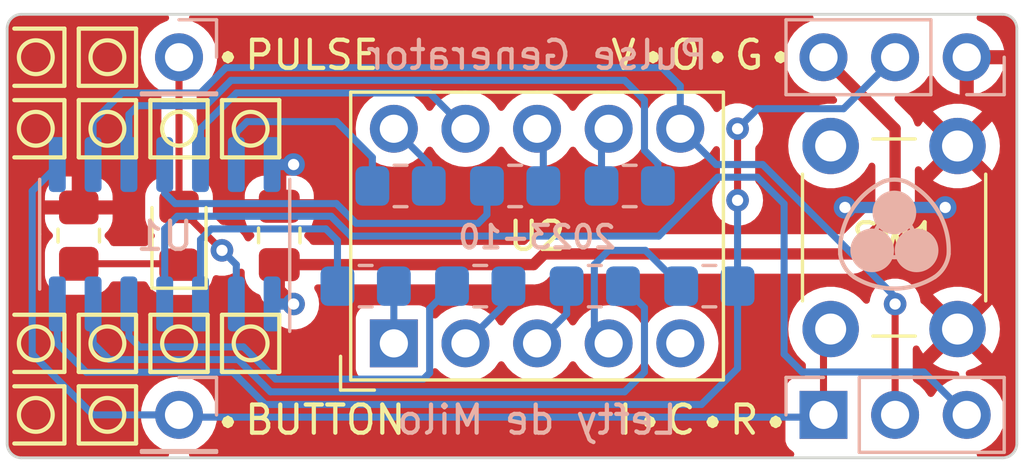
<source format=kicad_pcb>
(kicad_pcb (version 20221018) (generator pcbnew)
  (title_block (title "Breadboard Clock Pulse Generator") (date "2023-10-28") (rev "1.1") (company "Lefty de Milo"))
  (layers (0 "F.Cu" signal) (31 "B.Cu" signal) (34 "B.Paste" user) (35 "F.Paste" user) (36 "B.SilkS" user "B.Silkscreen") (37 "F.SilkS" user "F.Silkscreen") (38 "B.Mask" user) (39 "F.Mask" user) (44 "Edge.Cuts" user))
  (net 0 "")
  (net 1 "GND")
  (net 2 "Net-(D1-K)")
  (net 3 "PULSE")
  (net 4 "VCC")
  (net 5 "CHAR_1")
  (net 7 "BUTTON (CIPO)")
  (net 8 "CHAR_0 (SCK)")
  (net 9 "RESET")
  (net 10 "CURR_G (COPI)")
  (net 11 "/SEG_A")
  (net 12 "CURR_A")
  (net 13 "/SEG_B")
  (net 14 "CURR_B")
  (net 15 "/SEG_C")
  (net 16 "CURR_C")
  (net 17 "/SEG_D")
  (net 18 "CURR_D")
  (net 19 "/SEG_E")
  (net 20 "CURR_E")
  (net 21 "/SEG_F")
  (net 22 "CURR_F")
  (net 23 "/SEG_G")
  (footprint "Capacitor_SMD:C_0805_2012Metric_Pad1.18x1.45mm_HandSolder" (layer "F.Cu") (at 194.056 82.5285 90)
    (fp_text reference "C1" hide)
    (fp_text value "100nF")
    (fp_line (start -0.261252 -0.735) (end 0.261252 -0.735) (stroke (width 0.12)) (layer "F.SilkS"))
    (fp_line (start -0.261252 0.735) (end 0.261252 0.735) (stroke (width 0.12)) (layer "F.SilkS"))
    (pad "1" smd roundrect (at -1.0375 0 90) (size 1.175 1.45) (layers "F.Cu" "F.Paste" "F.Mask") (roundrect_rratio 0.2127659574) (net 4 "VCC"))
    (pad "2" smd roundrect (at 1.0375 0 90) (size 1.175 1.45) (layers "F.Cu" "F.Paste" "F.Mask") (roundrect_rratio 0.2127659574) (net 1 "GND"))
  )
  (footprint "LED_SMD:LED_0805_2012Metric_Pad1.15x1.40mm_HandSolder" (layer "F.Cu") (at 190.5 82.541 90)
    (fp_text reference "D1" hide)
    (fp_text value "YELLOW")
    (fp_line (start -1.86 -0.96) (end -1.86 0.96) (stroke (width 0.12)) (layer "F.SilkS"))
    (fp_line (start -1.86 0.96) (end 1 0.96) (stroke (width 0.12)) (layer "F.SilkS"))
    (fp_line (start 1 -0.96) (end -1.86 -0.96) (stroke (width 0.12)) (layer "F.SilkS"))
    (pad "1" smd roundrect (at -1.025 0 90) (size 1.15 1.4) (layers "F.Cu" "F.Paste" "F.Mask") (roundrect_rratio 0.2173913043) (net 2 "Net-(D1-K)"))
    (pad "2" smd roundrect (at 1.025 0 90) (size 1.15 1.4) (layers "F.Cu" "F.Paste" "F.Mask") (roundrect_rratio 0.2173913043) (net 3 "PULSE"))
  )
  (footprint "Button_Switch_THT:SW_PUSH_6mm_H5mm" (layer "F.Cu") (at 213.614 85.852 90)
    (fp_text reference "SW1" (at 3.25 2.286 180) (layer "F.SilkS"))
    (fp_text value "SW_Push")
    (fp_line (start -0.25 1.5) (end -0.25 3) (stroke (width 0.12)) (layer "F.SilkS"))
    (fp_line (start 1 5.5) (end 5.5 5.5) (stroke (width 0.12)) (layer "F.SilkS"))
    (fp_line (start 5.5 -1) (end 1 -1) (stroke (width 0.12)) (layer "F.SilkS"))
    (fp_line (start 6.75 3) (end 6.75 1.5) (stroke (width 0.12)) (layer "F.SilkS"))
    (pad "" thru_hole circle (at 6.5 0 180) (size 2 2) (drill 1.1) (layers "*.Cu" "*.Mask"))
    (pad "1" thru_hole circle (at 0 0 180) (size 2 2) (drill 1.1) (layers "*.Cu" "*.Mask") (net 7 "BUTTON (CIPO)"))
    (pad "2" thru_hole circle (at 0 4.5 180) (size 2 2) (drill 1.1) (layers "*.Cu" "*.Mask") (net 1 "GND"))
    (pad "2" thru_hole circle (at 6.5 4.5 180) (size 2 2) (drill 1.1) (layers "*.Cu" "*.Mask") (net 1 "GND"))
  )
  (footprint "Display_7Segment:Sx39-1xxxxx" (layer "F.Cu") (at 198.12 86.36 90)
    (fp_text reference "U2" (at 3.81 5.08 180) (layer "F.SilkS"))
    (fp_text value "2281BS")
    (fp_line (start -1.66 -1.89) (end -0.46 -1.89) (stroke (width 0.12)) (layer "F.SilkS"))
    (fp_line (start -1.66 -0.69) (end -1.66 -1.89) (stroke (width 0.12)) (layer "F.SilkS"))
    (fp_line (start -1.3 -1.53) (end -1.3 11.69) (stroke (width 0.12)) (layer "F.SilkS"))
    (fp_line (start -1.3 11.69) (end 8.92 11.69) (stroke (width 0.12)) (layer "F.SilkS"))
    (fp_line (start 8.92 -1.53) (end -1.3 -1.53) (stroke (width 0.12)) (layer "F.SilkS"))
    (fp_line (start 8.92 11.69) (end 8.92 -1.53) (stroke (width 0.12)) (layer "F.SilkS"))
    (pad "1" thru_hole rect (at 0 0 90) (size 1.7 1.7) (drill 1) (layers "*.Cu" "*.Mask") (net 19 "/SEG_E"))
    (pad "2" thru_hole circle (at 0 2.54 90) (size 1.7 1.7) (drill 1) (layers "*.Cu" "*.Mask") (net 17 "/SEG_D"))
    (pad "3" thru_hole circle (at 0 5.08 90) (size 1.7 1.7) (drill 1) (layers "*.Cu" "*.Mask") (net 15 "/SEG_C"))
    (pad "4" thru_hole circle (at 0 7.62 90) (size 1.7 1.7) (drill 1) (layers "*.Cu" "*.Mask") (net 23 "/SEG_G"))
    (pad "5" thru_hole circle (at 0 10.16 90) (size 1.7 1.7) (drill 1) (layers "*.Cu" "*.Mask"))
    (pad "6" thru_hole circle (at 7.62 10.16 90) (size 1.7 1.7) (drill 1) (layers "*.Cu" "*.Mask") (net 8 "CHAR_0 (SCK)"))
    (pad "7" thru_hole circle (at 7.62 7.62 90) (size 1.7 1.7) (drill 1) (layers "*.Cu" "*.Mask") (net 11 "/SEG_A"))
    (pad "8" thru_hole circle (at 7.62 5.08 90) (size 1.7 1.7) (drill 1) (layers "*.Cu" "*.Mask") (net 13 "/SEG_B"))
    (pad "9" thru_hole circle (at 7.62 2.54 90) (size 1.7 1.7) (drill 1) (layers "*.Cu" "*.Mask") (net 5 "CHAR_1"))
    (pad "10" thru_hole circle (at 7.62 0 90) (size 1.7 1.7) (drill 1) (layers "*.Cu" "*.Mask") (net 21 "/SEG_F"))
  )
  (footprint "Resistor_SMD:R_0805_2012Metric_Pad1.20x1.40mm_HandSolder" (layer "F.Cu") (at 186.944 82.534 90)
    (fp_text reference "R9" hide)
    (fp_text value "510")
    (fp_line (start -0.227064 -0.735) (end 0.227064 -0.735) (stroke (width 0.12)) (layer "F.SilkS"))
    (fp_line (start -0.227064 0.735) (end 0.227064 0.735) (stroke (width 0.12)) (layer "F.SilkS"))
    (pad "1" smd roundrect (at -1 0 90) (size 1.2 1.4) (layers "F.Cu" "F.Paste" "F.Mask") (roundrect_rratio 0.2083333333) (net 2 "Net-(D1-K)"))
    (pad "2" smd roundrect (at 1 0 90) (size 1.2 1.4) (layers "F.Cu" "F.Paste" "F.Mask") (roundrect_rratio 0.2083333333) (net 1 "GND"))
  )
  (footprint "Package_SO:SOIC-14_3.9x8.7mm_P1.27mm" (layer "B.Cu") (at 189.992 82.485 90)
    (fp_text reference "U1" (at -0.065 0) (layer "B.SilkS") (effects (justify mirror)))
    (fp_text value "ATtiny24")
    (fp_line (start 0 -4.435) (end -1.95 -4.435) (stroke (width 0.12)) (layer "B.SilkS"))
    (fp_line (start 0 -4.435) (end 1.95 -4.435) (stroke (width 0.12)) (layer "B.SilkS"))
    (fp_line (start 0 4.435) (end -3.45 4.435) (stroke (width 0.12)) (layer "B.SilkS"))
    (fp_line (start 0 4.435) (end 1.95 4.435) (stroke (width 0.12)) (layer "B.SilkS"))
    (pad "1" smd roundrect (at -2.475 3.81 90) (size 1.95 0.6) (layers "B.Cu" "B.Paste" "B.Mask") (net 4 "VCC"))
    (pad "2" smd roundrect (at -2.475 2.54 90) (size 1.95 0.6) (layers "B.Cu" "B.Paste" "B.Mask") (net 3 "PULSE"))
    (pad "3" smd roundrect (at -2.475 1.27 90) (size 1.95 0.6) (layers "B.Cu" "B.Paste" "B.Mask") (net 20 "CURR_E"))
    (pad "4" smd roundrect (at -2.475 0 90) (size 1.95 0.6) (layers "B.Cu" "B.Paste" "B.Mask") (net 9 "RESET"))
    (pad "5" smd roundrect (at -2.475 -1.27 90) (size 1.95 0.6) (layers "B.Cu" "B.Paste" "B.Mask") (net 18 "CURR_D"))
    (pad "6" smd roundrect (at -2.475 -2.54 90) (size 1.95 0.6) (layers "B.Cu" "B.Paste" "B.Mask") (net 16 "CURR_C"))
    (pad "7" smd roundrect (at -2.475 -3.81 90) (size 1.95 0.6) (layers "B.Cu" "B.Paste" "B.Mask") (net 10 "CURR_G (COPI)"))
    (pad "8" smd roundrect (at 2.475 -3.81 90) (size 1.95 0.6) (layers "B.Cu" "B.Paste" "B.Mask") (net 7 "BUTTON (CIPO)"))
    (pad "9" smd roundrect (at 2.475 -2.54 90) (size 1.95 0.6) (layers "B.Cu" "B.Paste" "B.Mask") (net 8 "CHAR_0 (SCK)"))
    (pad "10" smd roundrect (at 2.475 -1.27 90) (size 1.95 0.6) (layers "B.Cu" "B.Paste" "B.Mask") (net 12 "CURR_A"))
    (pad "11" smd roundrect (at 2.475 0 90) (size 1.95 0.6) (layers "B.Cu" "B.Paste" "B.Mask") (net 14 "CURR_B"))
    (pad "12" smd roundrect (at 2.475 1.27 90) (size 1.95 0.6) (layers "B.Cu" "B.Paste" "B.Mask") (net 5 "CHAR_1"))
    (pad "13" smd roundrect (at 2.475 2.54 90) (size 1.95 0.6) (layers "B.Cu" "B.Paste" "B.Mask") (net 22 "CURR_F"))
    (pad "14" smd roundrect (at 2.475 3.81 90) (size 1.95 0.6) (layers "B.Cu" "B.Paste" "B.Mask") (net 1 "GND"))
  )
  (footprint "Resistor_SMD:R_0805_2012Metric_Pad1.20x1.40mm_HandSolder" (layer "B.Cu") (at 206.486 80.772)
    (fp_text reference "R1" hide)
    (fp_text value "330")
    (fp_line (start -0.227064 -0.735) (end 0.227064 -0.735) (stroke (width 0.12)) (layer "B.SilkS"))
    (fp_line (start -0.227064 0.735) (end 0.227064 0.735) (stroke (width 0.12)) (layer "B.SilkS"))
    (pad "1" smd roundrect (at -1 0) (size 1.2 1.4) (layers "B.Cu" "B.Paste" "B.Mask") (roundrect_rratio 0.2083333333) (net 11 "/SEG_A"))
    (pad "2" smd roundrect (at 1 0) (size 1.2 1.4) (layers "B.Cu" "B.Paste" "B.Mask") (roundrect_rratio 0.2083333333) (net 12 "CURR_A"))
  )
  (footprint "Resistor_SMD:R_0805_2012Metric_Pad1.20x1.40mm_HandSolder" (layer "B.Cu") (at 197.12 84.328 180)
    (fp_text reference "R5" hide)
    (fp_text value "330")
    (fp_line (start -0.227064 -0.735) (end 0.227064 -0.735) (stroke (width 0.12)) (layer "B.SilkS"))
    (fp_line (start -0.227064 0.735) (end 0.227064 0.735) (stroke (width 0.12)) (layer "B.SilkS"))
    (pad "1" smd roundrect (at -1 0 180) (size 1.2 1.4) (layers "B.Cu" "B.Paste" "B.Mask") (roundrect_rratio 0.2083333333) (net 19 "/SEG_E"))
    (pad "2" smd roundrect (at 1 0 180) (size 1.2 1.4) (layers "B.Cu" "B.Paste" "B.Mask") (roundrect_rratio 0.2083333333) (net 20 "CURR_E"))
  )
  (footprint "Resistor_SMD:R_0805_2012Metric_Pad1.20x1.40mm_HandSolder" (layer "B.Cu") (at 205.248 84.328)
    (fp_text reference "R3" hide)
    (fp_text value "330")
    (fp_line (start -0.227064 -0.735) (end 0.227064 -0.735) (stroke (width 0.12)) (layer "B.SilkS"))
    (fp_line (start -0.227064 0.735) (end 0.227064 0.735) (stroke (width 0.12)) (layer "B.SilkS"))
    (pad "1" smd roundrect (at -1 0) (size 1.2 1.4) (layers "B.Cu" "B.Paste" "B.Mask") (roundrect_rratio 0.2083333333) (net 15 "/SEG_C"))
    (pad "2" smd roundrect (at 1 0) (size 1.2 1.4) (layers "B.Cu" "B.Paste" "B.Mask") (roundrect_rratio 0.2083333333) (net 16 "CURR_C"))
  )
  (footprint "Resistor_SMD:R_0805_2012Metric_Pad1.20x1.40mm_HandSolder" (layer "B.Cu") (at 198.358 80.772 180)
    (fp_text reference "R6" hide)
    (fp_text value "330")
    (fp_line (start -0.227064 -0.735) (end 0.227064 -0.735) (stroke (width 0.12)) (layer "B.SilkS"))
    (fp_line (start -0.227064 0.735) (end 0.227064 0.735) (stroke (width 0.12)) (layer "B.SilkS"))
    (pad "1" smd roundrect (at -1 0 180) (size 1.2 1.4) (layers "B.Cu" "B.Paste" "B.Mask") (roundrect_rratio 0.2083333333) (net 21 "/SEG_F"))
    (pad "2" smd roundrect (at 1 0 180) (size 1.2 1.4) (layers "B.Cu" "B.Paste" "B.Mask") (roundrect_rratio 0.2083333333) (net 22 "CURR_F"))
  )
  (footprint "Resistor_SMD:R_0805_2012Metric_Pad1.20x1.40mm_HandSolder" (layer "B.Cu") (at 202.422 80.772 180)
    (fp_text reference "R2" hide)
    (fp_text value "330")
    (fp_line (start -0.227064 -0.735) (end 0.227064 -0.735) (stroke (width 0.12)) (layer "B.SilkS"))
    (fp_line (start -0.227064 0.735) (end 0.227064 0.735) (stroke (width 0.12)) (layer "B.SilkS"))
    (pad "1" smd roundrect (at -1 0 180) (size 1.2 1.4) (layers "B.Cu" "B.Paste" "B.Mask") (roundrect_rratio 0.2083333333) (net 13 "/SEG_B"))
    (pad "2" smd roundrect (at 1 0 180) (size 1.2 1.4) (layers "B.Cu" "B.Paste" "B.Mask") (roundrect_rratio 0.2083333333) (net 14 "CURR_B"))
  )
  (footprint "Connector_PinHeader_2.54mm:PinHeader_1x01_P2.54mm_Vertical" (layer "B.Cu") (at 190.5 76.2 180)
    (fp_text reference "J1" hide)
    (fp_text value "Conn_Pulse")
    (fp_line (start -1.33 -1.33) (end 1.33 -1.33) (stroke (width 0.12)) (layer "B.SilkS"))
    (fp_line (start -1.33 -1.27) (end -1.33 -1.33) (stroke (width 0.12)) (layer "B.SilkS"))
    (fp_line (start -1.33 -1.27) (end 1.33 -1.27) (stroke (width 0.12)) (layer "B.SilkS"))
    (fp_line (start -1.33 0) (end -1.33 1.33) (stroke (width 0.12)) (layer "B.SilkS"))
    (fp_line (start -1.33 1.33) (end 0 1.33) (stroke (width 0.12)) (layer "B.SilkS"))
    (fp_line (start 1.33 -1.27) (end 1.33 -1.33) (stroke (width 0.12)) (layer "B.SilkS"))
    (pad "1" thru_hole oval (at 0 0 180) (size 1.7 1.7) (drill 1) (layers "*.Cu" "*.Mask") (net 3 "PULSE"))
  )
  (footprint "Connector_PinHeader_2.54mm:PinHeader_1x03_P2.54mm_Vertical" (layer "B.Cu") (at 213.36 88.9 -90)
    (fp_text reference "J3" hide)
    (fp_text value "Conn_ICSP.a")
    (fp_line (start -1.33 -6.41) (end 1.33 -6.41) (stroke (width 0.12)) (layer "B.SilkS"))
    (fp_line (start -1.33 -1.27) (end -1.33 -6.41) (stroke (width 0.12)) (layer "B.SilkS"))
    (fp_line (start -1.33 -1.27) (end 1.33 -1.27) (stroke (width 0.12)) (layer "B.SilkS"))
    (fp_line (start -1.33 0) (end -1.33 1.33) (stroke (width 0.12)) (layer "B.SilkS"))
    (fp_line (start -1.33 1.33) (end 0 1.33) (stroke (width 0.12)) (layer "B.SilkS"))
    (fp_line (start 1.33 -1.27) (end 1.33 -6.41) (stroke (width 0.12)) (layer "B.SilkS"))
    (pad "1" thru_hole rect (at 0 0 270) (size 1.7 1.7) (drill 1) (layers "*.Cu" "*.Mask") (net 7 "BUTTON (CIPO)"))
    (pad "2" thru_hole oval (at 0 -2.54 270) (size 1.7 1.7) (drill 1) (layers "*.Cu" "*.Mask") (net 8 "CHAR_0 (SCK)"))
    (pad "3" thru_hole oval (at 0 -5.08 270) (size 1.7 1.7) (drill 1) (layers "*.Cu" "*.Mask") (net 9 "RESET"))
  )
  (footprint "Resistor_SMD:R_0805_2012Metric_Pad1.20x1.40mm_HandSolder" (layer "B.Cu") (at 201.184 84.328 180)
    (fp_text reference "R4" hide)
    (fp_text value "330")
    (fp_line (start -0.227064 -0.735) (end 0.227064 -0.735) (stroke (width 0.12)) (layer "B.SilkS"))
    (fp_line (start -0.227064 0.735) (end 0.227064 0.735) (stroke (width 0.12)) (layer "B.SilkS"))
    (pad "1" smd roundrect (at -1 0 180) (size 1.2 1.4) (layers "B.Cu" "B.Paste" "B.Mask") (roundrect_rratio 0.2083333333) (net 17 "/SEG_D"))
    (pad "2" smd roundrect (at 1 0 180) (size 1.2 1.4) (layers "B.Cu" "B.Paste" "B.Mask") (roundrect_rratio 0.2083333333) (net 18 "CURR_D"))
  )
  (footprint "Resistor_SMD:R_0805_2012Metric_Pad1.20x1.40mm_HandSolder" (layer "B.Cu") (at 209.312 84.328)
    (fp_text reference "R7" hide)
    (fp_text value "330")
    (fp_line (start -0.227064 -0.735) (end 0.227064 -0.735) (stroke (width 0.12)) (layer "B.SilkS"))
    (fp_line (start -0.227064 0.735) (end 0.227064 0.735) (stroke (width 0.12)) (layer "B.SilkS"))
    (pad "1" smd roundrect (at -1 0) (size 1.2 1.4) (layers "B.Cu" "B.Paste" "B.Mask") (roundrect_rratio 0.2083333333) (net 23 "/SEG_G"))
    (pad "2" smd roundrect (at 1 0) (size 1.2 1.4) (layers "B.Cu" "B.Paste" "B.Mask") (roundrect_rratio 0.2083333333) (net 10 "CURR_G (COPI)"))
  )
  (footprint "Connector_PinHeader_2.54mm:PinHeader_1x01_P2.54mm_Vertical" (layer "B.Cu") (at 190.5 88.9 180)
    (fp_text reference "J2" hide)
    (fp_text value "Conn_Button")
    (fp_line (start -1.33 -1.33) (end 1.33 -1.33) (stroke (width 0.12)) (layer "B.SilkS"))
    (fp_line (start -1.33 -1.27) (end -1.33 -1.33) (stroke (width 0.12)) (layer "B.SilkS"))
    (fp_line (start -1.33 -1.27) (end 1.33 -1.27) (stroke (width 0.12)) (layer "B.SilkS"))
    (fp_line (start -1.33 0) (end -1.33 1.33) (stroke (width 0.12)) (layer "B.SilkS"))
    (fp_line (start -1.33 1.33) (end 0 1.33) (stroke (width 0.12)) (layer "B.SilkS"))
    (fp_line (start 1.33 -1.27) (end 1.33 -1.33) (stroke (width 0.12)) (layer "B.SilkS"))
    (pad "1" thru_hole oval (at 0 0 180) (size 1.7 1.7) (drill 1) (layers "*.Cu" "*.Mask") (net 7 "BUTTON (CIPO)"))
  )
  (footprint "Connector_PinHeader_2.54mm:PinHeader_1x03_P2.54mm_Vertical" (layer "B.Cu") (at 218.44 76.2 90)
    (fp_text reference "J4" hide)
    (fp_text value "Conn_ICSP.b")
    (fp_line (start -1.33 -6.41) (end 1.33 -6.41) (stroke (width 0.12)) (layer "B.SilkS"))
    (fp_line (start -1.33 -1.27) (end -1.33 -6.41) (stroke (width 0.12)) (layer "B.SilkS"))
    (fp_line (start -1.33 -1.27) (end 1.33 -1.27) (stroke (width 0.12)) (layer "B.SilkS"))
    (fp_line (start -1.33 0) (end -1.33 1.33) (stroke (width 0.12)) (layer "B.SilkS"))
    (fp_line (start -1.33 1.33) (end 0 1.33) (stroke (width 0.12)) (layer "B.SilkS"))
    (fp_line (start 1.33 -1.27) (end 1.33 -6.41) (stroke (width 0.12)) (layer "B.SilkS"))
    (pad "1" thru_hole oval (at 0 0 90) (size 1.7 1.7) (drill 1) (layers "*.Cu" "*.Mask") (net 1 "GND"))
    (pad "2" thru_hole oval (at 0 -2.54 90) (size 1.7 1.7) (drill 1) (layers "*.Cu" "*.Mask") (net 10 "CURR_G (COPI)"))
    (pad "3" thru_hole oval (at 0 -5.08 90) (size 1.7 1.7) (drill 1) (layers "*.Cu" "*.Mask") (net 4 "VCC"))
  )
  (gr_arc (start 215.491666 80.611154) (mid 215.88707 80.546508) (end 216.281 80.619601) (stroke (width 0.15)) (layer "B.SilkS"))
  (gr_arc (start 217.799133 83.185921) (mid 217.64094 83.650547) (end 217.302648 84.006159) (stroke (width 0.15)) (layer "B.SilkS"))
  (gr_circle (center 216.662 83.058) (end 217.362 83.058) (stroke (width 0.15)) (fill solid) (layer "B.SilkS"))
  (gr_arc (start 217.302648 84.006159) (mid 215.874789 84.414281) (end 214.446873 84.006359) (stroke (width 0.15)) (layer "B.SilkS"))
  (gr_circle (center 215.0872 83.058) (end 215.7872 83.058) (stroke (width 0.15)) (fill solid) (layer "B.SilkS"))
  (gr_circle (center 215.8746 81.7118) (end 216.5746 81.7118) (stroke (width 0.15)) (fill solid) (layer "B.SilkS"))
  (gr_circle (center 215.8746 82.6008) (end 216.5746 82.6008) (stroke (width 0.15)) (fill none) (layer "B.SilkS"))
  (gr_arc (start 216.281 80.619601) (mid 217.423905 81.675698) (end 217.799134 83.185921) (stroke (width 0.15)) (layer "B.SilkS"))
  (gr_arc (start 214.448304 84.004238) (mid 214.110763 83.649714) (end 213.952712 83.186421) (stroke (width 0.15)) (layer "B.SilkS"))
  (gr_arc (start 213.952712 83.186421) (mid 214.333725 81.666645) (end 215.491666 80.611154) (stroke (width 0.15)) (layer "B.SilkS"))
  (gr_line (start 192.024 87.376) (end 192.024 85.344) (stroke (width 0.15)) (layer "F.SilkS"))
  (gr_line (start 186.436 87.884) (end 186.436 89.916) (stroke (width 0.15)) (layer "F.SilkS"))
  (gr_line (start 192.024 85.344) (end 194.056 85.344) (stroke (width 0.15)) (layer "F.SilkS"))
  (gr_line (start 184.658 87.884) (end 186.436 87.884) (stroke (width 0.15)) (layer "F.SilkS"))
  (gr_line (start 186.436 77.724) (end 186.436 79.756) (stroke (width 0.15)) (layer "F.SilkS"))
  (gr_line (start 186.436 85.344) (end 186.436 87.376) (stroke (width 0.15)) (layer "F.SilkS"))
  (gr_line (start 188.976 89.916) (end 186.944 89.916) (stroke (width 0.15)) (layer "F.SilkS"))
  (gr_line (start 186.944 75.184) (end 188.976 75.184) (stroke (width 0.15)) (layer "F.SilkS"))
  (gr_circle (center 185.42 88.9) (end 186.02 88.9) (stroke (width 0.15)) (fill none) (layer "F.SilkS"))
  (gr_line (start 188.976 79.756) (end 186.944 79.756) (stroke (width 0.15)) (layer "F.SilkS"))
  (gr_line (start 184.658 85.344) (end 186.436 85.344) (stroke (width 0.15)) (layer "F.SilkS"))
  (gr_line (start 186.944 77.216) (end 186.944 75.184) (stroke (width 0.15)) (layer "F.SilkS"))
  (gr_circle (center 193.04 86.36) (end 193.64 86.36) (stroke (width 0.15)) (fill none) (layer "F.SilkS"))
  (gr_line (start 188.976 75.184) (end 188.976 77.216) (stroke (width 0.15)) (layer "F.SilkS"))
  (gr_circle (center 185.42 76.2) (end 186.02 76.2) (stroke (width 0.15)) (fill none) (layer "F.SilkS"))
  (gr_line (start 188.976 77.724) (end 188.976 79.756) (stroke (width 0.15)) (layer "F.SilkS"))
  (gr_circle (center 185.42 86.36) (end 186.02 86.36) (stroke (width 0.15)) (fill none) (layer "F.SilkS"))
  (gr_line (start 189.484 77.724) (end 191.516 77.724) (stroke (width 0.15)) (layer "F.SilkS"))
  (gr_circle (center 187.96 88.9) (end 188.56 88.9) (stroke (width 0.15)) (fill none) (layer "F.SilkS"))
  (gr_line (start 189.484 85.344) (end 191.516 85.344) (stroke (width 0.15)) (layer "F.SilkS"))
  (gr_circle (center 187.96 76.2) (end 188.56 76.2) (stroke (width 0.15)) (fill none) (layer "F.SilkS"))
  (gr_line (start 186.436 87.376) (end 184.658 87.376) (stroke (width 0.15)) (layer "F.SilkS"))
  (gr_circle (center 193.04 78.74) (end 193.64 78.74) (stroke (width 0.15)) (fill none) (layer "F.SilkS"))
  (gr_line (start 186.436 75.184) (end 186.436 77.216) (stroke (width 0.15)) (layer "F.SilkS"))
  (gr_line (start 189.484 87.376) (end 189.484 85.344) (stroke (width 0.15)) (layer "F.SilkS"))
  (gr_line (start 194.056 85.344) (end 194.056 87.376) (stroke (width 0.15)) (layer "F.SilkS"))
  (gr_line (start 191.516 77.724) (end 191.516 79.756) (stroke (width 0.15)) (layer "F.SilkS"))
  (gr_line (start 184.658 75.184) (end 186.436 75.184) (stroke (width 0.15)) (layer "F.SilkS"))
  (gr_line (start 186.436 79.756) (end 184.658 79.756) (stroke (width 0.15)) (layer "F.SilkS"))
  (gr_line (start 188.976 87.376) (end 186.944 87.376) (stroke (width 0.15)) (layer "F.SilkS"))
  (gr_line (start 186.436 89.916) (end 184.658 89.916) (stroke (width 0.15)) (layer "F.SilkS"))
  (gr_line (start 188.976 77.216) (end 186.944 77.216) (stroke (width 0.15)) (layer "F.SilkS"))
  (gr_circle (center 187.96 78.74) (end 188.56 78.74) (stroke (width 0.15)) (fill none) (layer "F.SilkS"))
  (gr_line (start 188.976 87.884) (end 188.976 89.916) (stroke (width 0.15)) (layer "F.SilkS"))
  (gr_line (start 191.516 87.376) (end 189.484 87.376) (stroke (width 0.15)) (layer "F.SilkS"))
  (gr_circle (center 185.42 78.74) (end 186.02 78.74) (stroke (width 0.15)) (fill none) (layer "F.SilkS"))
  (gr_circle (center 190.5 86.36) (end 191.1 86.36) (stroke (width 0.15)) (fill none) (layer "F.SilkS"))
  (gr_line (start 184.658 77.724) (end 186.436 77.724) (stroke (width 0.15)) (layer "F.SilkS"))
  (gr_line (start 186.944 85.344) (end 188.976 85.344) (stroke (width 0.15)) (layer "F.SilkS"))
  (gr_line (start 189.484 79.756) (end 189.484 77.724) (stroke (width 0.15)) (layer "F.SilkS"))
  (gr_circle (center 190.5 78.74) (end 191.1 78.74) (stroke (width 0.15)) (fill none) (layer "F.SilkS"))
  (gr_line (start 194.056 87.376) (end 192.024 87.376) (stroke (width 0.15)) (layer "F.SilkS"))
  (gr_line (start 186.944 79.756) (end 186.944 77.724) (stroke (width 0.15)) (layer "F.SilkS"))
  (gr_line (start 186.944 87.884) (end 188.976 87.884) (stroke (width 0.15)) (layer "F.SilkS"))
  (gr_line (start 186.436 77.216) (end 184.658 77.216) (stroke (width 0.15)) (layer "F.SilkS"))
  (gr_line (start 194.056 77.724) (end 194.056 79.756) (stroke (width 0.15)) (layer "F.SilkS"))
  (gr_line (start 186.944 89.916) (end 186.944 87.884) (stroke (width 0.15)) (layer "F.SilkS"))
  (gr_line (start 194.056 79.756) (end 192.024 79.756) (stroke (width 0.15)) (layer "F.SilkS"))
  (gr_line (start 192.024 77.724) (end 194.056 77.724) (stroke (width 0.15)) (layer "F.SilkS"))
  (gr_line (start 186.944 77.724) (end 188.976 77.724) (stroke (width 0.15)) (layer "F.SilkS"))
  (gr_line (start 186.944 87.376) (end 186.944 85.344) (stroke (width 0.15)) (layer "F.SilkS"))
  (gr_line (start 192.024 79.756) (end 192.024 77.724) (stroke (width 0.15)) (layer "F.SilkS"))
  (gr_line (start 188.976 85.344) (end 188.976 87.376) (stroke (width 0.15)) (layer "F.SilkS"))
  (gr_line (start 191.516 85.344) (end 191.516 87.376) (stroke (width 0.15)) (layer "F.SilkS"))
  (gr_circle (center 187.96 86.36) (end 188.56 86.36) (stroke (width 0.15)) (fill none) (layer "F.SilkS"))
  (gr_line (start 191.516 79.756) (end 189.484 79.756) (stroke (width 0.15)) (layer "F.SilkS"))
  (gr_arc (start 184.404 75.184) (mid 184.55279 74.82479) (end 184.912 74.676) (stroke (width 0.1)) (layer "Edge.Cuts"))
  (gr_line (start 184.404 89.916) (end 184.404 75.184) (stroke (width 0.1)) (layer "Edge.Cuts"))
  (gr_line (start 184.912 74.676) (end 219.71 74.676) (stroke (width 0.1)) (layer "Edge.Cuts"))
  (gr_line (start 219.71 90.424) (end 184.912 90.424) (stroke (width 0.1)) (layer "Edge.Cuts"))
  (gr_line (start 220.218 75.184) (end 220.218 89.916) (stroke (width 0.1)) (layer "Edge.Cuts"))
  (gr_arc (start 220.218 89.916) (mid 220.06921 90.27521) (end 219.71 90.424) (stroke (width 0.1)) (layer "Edge.Cuts"))
  (gr_arc (start 184.912 90.424) (mid 184.55279 90.27521) (end 184.404 89.916) (stroke (width 0.1)) (layer "Edge.Cuts"))
  (gr_arc (start 219.71 74.676) (mid 220.06921 74.82479) (end 220.218 75.184) (stroke (width 0.1)) (layer "Edge.Cuts"))
  (gr_text "Lefty de Milo" (at 203.2 89.662) (layer "B.SilkS") (effects (font (size 1 1)) (justify bottom mirror)))
  (gr_text "2023-10" (at 203.2 83.058) (layer "B.SilkS") (effects (font (size 0.8 0.8)) (justify bottom mirror)))
  (gr_text "Pulse Generator" (at 203.2 76.708) (layer "B.SilkS") (effects (font (size 1 1)) (justify bottom mirror)))
  (gr_text "•BUTTON" (at 191.516 89.662) (layer "F.SilkS") (effects (font (size 1 1)) (justify left bottom)))
  (gr_text "•PULSE" (at 191.516 76.708) (layer "F.SilkS") (effects (font (size 1 1)) (justify left bottom)))
  (gr_text "V•O•G•" (at 205.74 76.708) (layer "F.SilkS") (effects (font (size 1 1)) (justify left bottom)))
  (gr_text "I•C•R•" (at 205.994 89.662) (layer "F.SilkS") (effects (font (size 1 1)) (justify left bottom)))
  (via (at 194.564 80.01) (size 0.8) (drill 0.4) (layers "F.Cu" "B.Cu") (net 1))
  (via (at 217.678 81.534) (size 0.8) (drill 0.4) (layers "F.Cu" "B.Cu") (net 1))
  (via (at 214.122 81.534) (size 0.8) (drill 0.4) (layers "F.Cu" "B.Cu") (net 1))
  (segment (start 194.564 80.01) (end 193.802 80.01) (width 0.4) (layer "B.Cu") (net 1))
  (segment (start 214.122 81.534) (end 217.678 81.534) (width 0.4) (layer "B.Cu") (net 1))
  (segment (start 186.944 83.534) (end 190.468 83.534) (width 0.25) (layer "F.Cu") (net 2))
  (segment (start 190.468 83.534) (end 190.5 83.566) (width 0.25) (layer "F.Cu") (net 2))
  (segment (start 190.5 81.516) (end 190.5 76.2) (width 0.25) (layer "F.Cu") (net 3))
  (segment (start 190.5 81.516) (end 190.5 81.534) (width 0.25) (layer "F.Cu") (net 3))
  (segment (start 190.5 81.534) (end 192.024 83.058) (width 0.25) (layer "F.Cu") (net 3))
  (via (at 192.024 83.058) (size 0.8) (drill 0.4) (layers "F.Cu" "B.Cu") (net 3))
  (segment (start 192.532 83.566) (end 192.532 84.96) (width 0.25) (layer "B.Cu") (net 3))
  (segment (start 192.024 83.058) (end 192.532 83.566) (width 0.25) (layer "B.Cu") (net 3))
  (segment (start 214.376 83.185) (end 215.9 81.661) (width 0.4) (layer "F.Cu") (net 4))
  (segment (start 203.073 83.566) (end 203.454 83.185) (width 0.4) (layer "F.Cu") (net 4))
  (segment (start 194.056 84.455) (end 194.056 83.566) (width 0.4) (layer "F.Cu") (net 4))
  (segment (start 203.454 83.185) (end 214.376 83.185) (width 0.4) (layer "F.Cu") (net 4))
  (segment (start 215.9 78.74) (end 213.36 76.2) (width 0.4) (layer "F.Cu") (net 4))
  (segment (start 215.9 81.661) (end 215.9 78.74) (width 0.4) (layer "F.Cu") (net 4))
  (segment (start 194.056 83.566) (end 203.073 83.566) (width 0.4) (layer "F.Cu") (net 4))
  (segment (start 194.564 84.963) (end 194.056 84.455) (width 0.4) (layer "F.Cu") (net 4))
  (via (at 194.564 84.963) (size 0.8) (drill 0.4) (layers "F.Cu" "B.Cu") (net 4))
  (segment (start 193.805 84.963) (end 193.802 84.96) (width 0.4) (layer "B.Cu") (net 4))
  (segment (start 194.564 84.963) (end 193.805 84.963) (width 0.4) (layer "B.Cu") (net 4))
  (segment (start 191.632 78.37) (end 191.634792 78.37) (width 0.25) (layer "B.Cu") (net 5))
  (segment (start 191.262 78.74) (end 191.632 78.37) (width 0.25) (layer "B.Cu") (net 5))
  (segment (start 191.634792 78.37) (end 192.534792 77.47) (width 0.25) (layer "B.Cu") (net 5))
  (segment (start 192.534792 77.47) (end 199.39 77.47) (width 0.25) (layer "B.Cu") (net 5))
  (segment (start 191.262 79.9592) (end 191.262 78.74) (width 0.25) (layer "B.Cu") (net 5))
  (segment (start 199.39 77.47) (end 200.66 78.74) (width 0.25) (layer "B.Cu") (net 5))
  (segment (start 213.36 88.9) (end 213.36 86.106) (width 0.25) (layer "F.Cu") (net 7))
  (segment (start 213.36 86.106) (end 213.614 85.852) (width 0.25) (layer "F.Cu") (net 7))
  (segment (start 185.293 86.741) (end 187.452 88.9) (width 0.25) (layer "B.Cu") (net 7))
  (segment (start 190.5 88.9) (end 190.58 88.98) (width 0.25) (layer "B.Cu") (net 7))
  (segment (start 187.452 88.9) (end 190.5 88.9) (width 0.25) (layer "B.Cu") (net 7))
  (segment (start 190.58 88.98) (end 213.28 88.98) (width 0.25) (layer "B.Cu") (net 7))
  (segment (start 186.182 80.0608) (end 185.293 80.9498) (width 0.25) (layer "B.Cu") (net 7))
  (segment (start 213.28 88.98) (end 213.36 88.9) (width 0.25) (layer "B.Cu") (net 7))
  (segment (start 185.293 80.9498) (end 185.293 86.741) (width 0.25) (layer "B.Cu") (net 7))
  (segment (start 213.106 86.36) (end 213.614 85.852) (width 0.25) (layer "B.Cu") (net 7))
  (segment (start 215.9 84.963) (end 215.9 88.9) (width 0.25) (layer "F.Cu") (net 8))
  (via (at 215.9 84.963) (size 0.8) (drill 0.4) (layers "F.Cu" "B.Cu") (net 8))
  (segment (start 209.55 80.01) (end 208.28 78.74) (width 0.25) (layer "B.Cu") (net 8))
  (segment (start 215.9 84.709) (end 211.201 80.01) (width 0.25) (layer "B.Cu") (net 8))
  (segment (start 192.162 76.57) (end 207.634 76.57) (width 0.25) (layer "B.Cu") (net 8))
  (segment (start 211.201 80.01) (end 209.55 80.01) (width 0.25) (layer "B.Cu") (net 8))
  (segment (start 191.262 77.47) (end 192.162 76.57) (width 0.25) (layer "B.Cu") (net 8))
  (segment (start 187.452 78.486) (end 188.468 77.47) (width 0.25) (layer "B.Cu") (net 8))
  (segment (start 207.634 76.57) (end 208.28 77.216) (width 0.25) (layer "B.Cu") (net 8))
  (segment (start 215.9 84.963) (end 215.9 84.709) (width 0.25) (layer "B.Cu") (net 8))
  (segment (start 208.28 77.216) (end 208.28 78.74) (width 0.25) (layer "B.Cu") (net 8))
  (segment (start 188.468 77.47) (end 191.262 77.47) (width 0.25) (layer "B.Cu") (net 8))
  (segment (start 187.452 80.0608) (end 187.452 78.486) (width 0.25) (layer "B.Cu") (net 8))
  (segment (start 195.893396 81.846) (end 190.442 81.846) (width 0.25) (layer "B.Cu") (net 9))
  (segment (start 190.442 81.846) (end 189.992 82.296) (width 0.25) (layer "B.Cu") (net 9))
  (segment (start 207.518 82.55) (end 196.597396 82.55) (width 0.25) (layer "B.Cu") (net 9))
  (segment (start 196.597396 82.55) (end 195.893396 81.846) (width 0.25) (layer "B.Cu") (net 9))
  (segment (start 209.608 80.46) (end 207.518 82.55) (width 0.25) (layer "B.Cu") (net 9))
  (segment (start 216.916 87.376) (end 212.598 87.376) (width 0.25) (layer "B.Cu") (net 9))
  (segment (start 212.598 87.376) (end 211.963 86.741) (width 0.25) (layer "B.Cu") (net 9))
  (segment (start 211.963 81.408396) (end 211.014604 80.46) (width 0.25) (layer "B.Cu") (net 9))
  (segment (start 189.992 82.296) (end 189.992 85.0108) (width 0.25) (layer "B.Cu") (net 9))
  (segment (start 218.44 88.9) (end 216.916 87.376) (width 0.25) (layer "B.Cu") (net 9))
  (segment (start 211.014604 80.46) (end 209.608 80.46) (width 0.25) (layer "B.Cu") (net 9))
  (segment (start 211.963 86.741) (end 211.963 81.408396) (width 0.25) (layer "B.Cu") (net 9))
  (segment (start 210.312 78.74) (end 210.312 81.28) (width 0.25) (layer "F.Cu") (net 10))
  (via (at 210.312 78.74) (size 0.8) (drill 0.4) (layers "F.Cu" "B.Cu") (net 10))
  (via (at 210.312 81.28) (size 0.8) (drill 0.4) (layers "F.Cu" "B.Cu") (net 10))
  (segment (start 210.312 81.28) (end 210.312 84.328) (width 0.25) (layer "B.Cu") (net 10))
  (segment (start 193.556208 88.53) (end 209.031 88.53) (width 0.25) (layer "B.Cu") (net 10))
  (segment (start 211.025 78.027) (end 214.073 78.027) (width 0.25) (layer "B.Cu") (net 10))
  (segment (start 209.031 88.53) (end 210.312 87.249) (width 0.25) (layer "B.Cu") (net 10))
  (segment (start 214.073 78.027) (end 215.9 76.2) (width 0.25) (layer "B.Cu") (net 10))
  (segment (start 186.182 86.36) (end 187.209 87.387) (width 0.25) (layer "B.Cu") (net 10))
  (segment (start 210.312 87.249) (end 210.312 84.328) (width 0.25) (layer "B.Cu") (net 10))
  (segment (start 187.209 87.387) (end 192.413208 87.387) (width 0.25) (layer "B.Cu") (net 10))
  (segment (start 192.413208 87.387) (end 193.556208 88.53) (width 0.25) (layer "B.Cu") (net 10))
  (segment (start 186.182 85.0108) (end 186.182 86.36) (width 0.25) (layer "B.Cu") (net 10))
  (segment (start 210.312 78.74) (end 211.025 78.027) (width 0.25) (layer "B.Cu") (net 10))
  (segment (start 205.486 80.772) (end 205.486 78.994) (width 0.25) (layer "B.Cu") (net 11))
  (segment (start 205.486 78.994) (end 205.74 78.74) (width 0.25) (layer "B.Cu") (net 11))
  (segment (start 191.448396 77.92) (end 192.348396 77.02) (width 0.25) (layer "B.Cu") (net 12))
  (segment (start 207.01 77.724) (end 207.01 79.502) (width 0.25) (layer "B.Cu") (net 12))
  (segment (start 189.034 77.92) (end 191.448396 77.92) (width 0.25) (layer "B.Cu") (net 12))
  (segment (start 188.722 78.232) (end 189.034 77.92) (width 0.25) (layer "B.Cu") (net 12))
  (segment (start 188.722 80.0608) (end 188.722 78.232) (width 0.25) (layer "B.Cu") (net 12))
  (segment (start 206.306 77.02) (end 207.01 77.724) (width 0.25) (layer "B.Cu") (net 12))
  (segment (start 192.348396 77.02) (end 206.306 77.02) (width 0.25) (layer "B.Cu") (net 12))
  (segment (start 207.01 79.502) (end 207.486 79.978) (width 0.25) (layer "B.Cu") (net 12))
  (segment (start 207.486 79.978) (end 207.486 80.772) (width 0.25) (layer "B.Cu") (net 12))
  (segment (start 203.422 78.962) (end 203.2 78.74) (width 0.25) (layer "B.Cu") (net 13))
  (segment (start 203.422 80.772) (end 203.422 78.962) (width 0.25) (layer "B.Cu") (net 13))
  (segment (start 196.783792 82.1) (end 201.11 82.1) (width 0.25) (layer "B.Cu") (net 14))
  (segment (start 190.362 81.396) (end 196.079792 81.396) (width 0.25) (layer "B.Cu") (net 14))
  (segment (start 201.422 81.788) (end 201.422 80.772) (width 0.25) (layer "B.Cu") (net 14))
  (segment (start 189.992 80.0608) (end 189.992 81.026) (width 0.25) (layer "B.Cu") (net 14))
  (segment (start 201.11 82.1) (end 201.422 81.788) (width 0.25) (layer "B.Cu") (net 14))
  (segment (start 196.079792 81.396) (end 196.783792 82.1) (width 0.25) (layer "B.Cu") (net 14))
  (segment (start 189.992 81.026) (end 190.362 81.396) (width 0.25) (layer "B.Cu") (net 14))
  (segment (start 204.248 84.328) (end 204.248 85.312) (width 0.25) (layer "B.Cu") (net 15))
  (segment (start 204.248 85.312) (end 203.2 86.36) (width 0.25) (layer "B.Cu") (net 15))
  (segment (start 192.599604 86.937) (end 193.742604 88.08) (width 0.25) (layer "B.Cu") (net 16))
  (segment (start 193.742604 88.08) (end 206.306 88.08) (width 0.25) (layer "B.Cu") (net 16))
  (segment (start 206.306 88.08) (end 207.01 87.376) (width 0.25) (layer "B.Cu") (net 16))
  (segment (start 207.01 87.376) (end 207.01 85.09) (width 0.25) (layer "B.Cu") (net 16))
  (segment (start 187.452 86.36) (end 188.029 86.937) (width 0.25) (layer "B.Cu") (net 16))
  (segment (start 188.029 86.937) (end 192.599604 86.937) (width 0.25) (layer "B.Cu") (net 16))
  (segment (start 207.01 85.09) (end 206.248 84.328) (width 0.25) (layer "B.Cu") (net 16))
  (segment (start 187.452 85.0108) (end 187.452 86.36) (width 0.25) (layer "B.Cu") (net 16))
  (segment (start 202.184 84.328) (end 202.184 84.836) (width 0.25) (layer "B.Cu") (net 17))
  (segment (start 202.184 84.836) (end 200.66 86.36) (width 0.25) (layer "B.Cu") (net 17))
  (segment (start 193.929 87.63) (end 199.168 87.63) (width 0.25) (layer "B.Cu") (net 18))
  (segment (start 199.39 85.122) (end 200.184 84.328) (width 0.25) (layer "B.Cu") (net 18))
  (segment (start 199.39 87.408) (end 199.39 85.122) (width 0.25) (layer "B.Cu") (net 18))
  (segment (start 199.168 87.63) (end 199.39 87.408) (width 0.25) (layer "B.Cu") (net 18))
  (segment (start 188.722 86.106) (end 189.103 86.487) (width 0.25) (layer "B.Cu") (net 18))
  (segment (start 189.103 86.487) (end 192.786 86.487) (width 0.25) (layer "B.Cu") (net 18))
  (segment (start 188.722 85.0108) (end 188.722 86.106) (width 0.25) (layer "B.Cu") (net 18))
  (segment (start 192.786 86.487) (end 193.929 87.63) (width 0.25) (layer "B.Cu") (net 18))
  (segment (start 198.12 84.328) (end 198.12 86.36) (width 0.25) (layer "B.Cu") (net 19))
  (segment (start 195.707 82.296) (end 191.643 82.296) (width 0.25) (layer "B.Cu") (net 20))
  (segment (start 191.262 82.677) (end 191.262 85.0108) (width 0.25) (layer "B.Cu") (net 20))
  (segment (start 196.12 82.709) (end 195.707 82.296) (width 0.25) (layer "B.Cu") (net 20))
  (segment (start 191.643 82.296) (end 191.262 82.677) (width 0.25) (layer "B.Cu") (net 20))
  (segment (start 196.12 84.328) (end 196.12 82.709) (width 0.25) (layer "B.Cu") (net 20))
  (segment (start 199.358 80.772) (end 199.358 79.978) (width 0.25) (layer "B.Cu") (net 21))
  (segment (start 199.358 79.978) (end 198.12 78.74) (width 0.25) (layer "B.Cu") (net 21))
  (segment (start 192.532 78.867) (end 192.913 78.486) (width 0.25) (layer "B.Cu") (net 22))
  (segment (start 192.913 78.486) (end 196.088 78.486) (width 0.25) (layer "B.Cu") (net 22))
  (segment (start 196.088 78.486) (end 197.358 79.756) (width 0.25) (layer "B.Cu") (net 22))
  (segment (start 197.358 79.756) (end 197.358 80.772) (width 0.25) (layer "B.Cu") (net 22))
  (segment (start 192.532 80.0608) (end 192.532 78.867) (width 0.25) (layer "B.Cu") (net 22))
  (segment (start 205.232 85.852) (end 205.74 86.36) (width 0.25) (layer "B.Cu") (net 23))
  (segment (start 205.74 83.058) (end 205.232 83.566) (width 0.25) (layer "B.Cu") (net 23))
  (segment (start 207.042 83.058) (end 205.74 83.058) (width 0.25) (layer "B.Cu") (net 23))
  (segment (start 205.232 83.566) (end 205.232 85.852) (width 0.25) (layer "B.Cu") (net 23))
  (segment (start 208.312 84.328) (end 207.042 83.058) (width 0.25) (layer "B.Cu") (net 23))
  (zone (net 1) (net_name "GND") (layer "F.Cu") (connect_pads (clearance 0.5)) (min_thickness 0.25) (fill yes (thermal_gap 0.5) (thermal_bridge_width 0.5))
    (polygon (pts (xy 184.15 74.168) (xy 220.472 74.168) (xy 220.472 90.932) (xy 184.15 90.932)))
  )
)
</source>
